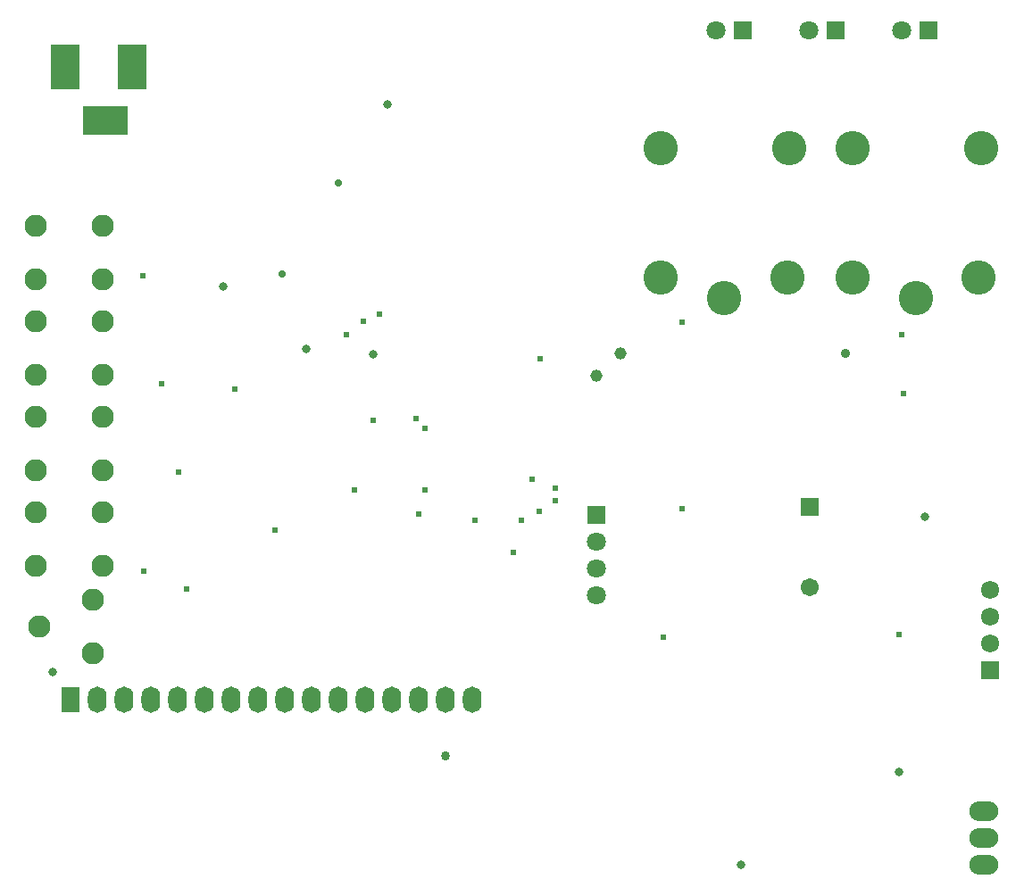
<source format=gbs>
G04*
G04 #@! TF.GenerationSoftware,Altium Limited,Altium Designer,21.9.2 (33)*
G04*
G04 Layer_Color=16711935*
%FSLAX25Y25*%
%MOIN*%
G70*
G04*
G04 #@! TF.SameCoordinates,16876C39-77F7-4B8B-AB46-175668DC8D83*
G04*
G04*
G04 #@! TF.FilePolarity,Negative*
G04*
G01*
G75*
%ADD54O,0.10800X0.07400*%
%ADD55C,0.06784*%
%ADD56R,0.06784X0.06784*%
%ADD57C,0.07099*%
%ADD58R,0.07099X0.07099*%
%ADD59C,0.06706*%
%ADD60R,0.06706X0.06706*%
%ADD61R,0.07099X0.07099*%
%ADD62C,0.12800*%
%ADD63R,0.07000X0.09800*%
%ADD64O,0.07000X0.09800*%
%ADD65C,0.08300*%
%ADD66R,0.10800X0.16800*%
%ADD67R,0.16800X0.10800*%
%ADD90C,0.04575*%
%ADD91C,0.02375*%
%ADD92C,0.03556*%
%ADD93C,0.03162*%
%ADD94C,0.03375*%
%ADD95C,0.02769*%
D54*
X517000Y199500D02*
D03*
Y189500D02*
D03*
Y179500D02*
D03*
D55*
X519500Y282000D02*
D03*
Y272000D02*
D03*
Y262000D02*
D03*
D56*
Y252000D02*
D03*
D57*
X372500Y280000D02*
D03*
Y300000D02*
D03*
Y290000D02*
D03*
X486500Y491000D02*
D03*
X451750D02*
D03*
X417000D02*
D03*
D58*
X372500Y310000D02*
D03*
D59*
X452000Y283000D02*
D03*
D60*
X451950Y313000D02*
D03*
D61*
X496500Y491000D02*
D03*
X461750D02*
D03*
X427000D02*
D03*
D62*
X443744Y398969D02*
D03*
X396500D02*
D03*
X444500Y447000D02*
D03*
X396500D02*
D03*
X420122Y391094D02*
D03*
X515244Y398969D02*
D03*
X468000D02*
D03*
X516000Y447000D02*
D03*
X468000D02*
D03*
X491622Y391094D02*
D03*
D63*
X176000Y241000D02*
D03*
D64*
X186000D02*
D03*
X196000D02*
D03*
X206000D02*
D03*
X216000D02*
D03*
X226000D02*
D03*
X236000D02*
D03*
X246000D02*
D03*
X256000D02*
D03*
X266000D02*
D03*
X276000D02*
D03*
X286000D02*
D03*
X296000D02*
D03*
X306000D02*
D03*
X316000D02*
D03*
X326000D02*
D03*
D65*
X184500Y278500D02*
D03*
X164500Y268500D02*
D03*
X184500Y258500D02*
D03*
X163000Y311000D02*
D03*
X188000Y291000D02*
D03*
Y311000D02*
D03*
X163000Y291000D02*
D03*
Y346667D02*
D03*
X188000Y326667D02*
D03*
Y346667D02*
D03*
X163000Y326667D02*
D03*
Y382333D02*
D03*
X188000Y362333D02*
D03*
Y382333D02*
D03*
X163000Y362333D02*
D03*
X188000Y398000D02*
D03*
X163000Y418000D02*
D03*
Y398000D02*
D03*
X188000Y418000D02*
D03*
D66*
X199000Y477500D02*
D03*
X174000D02*
D03*
D67*
X189000Y457500D02*
D03*
D90*
X372500Y362000D02*
D03*
X381500Y370500D02*
D03*
D91*
X216500Y326000D02*
D03*
X210000Y359000D02*
D03*
X291500Y385000D02*
D03*
X305000Y346000D02*
D03*
X308500Y342500D02*
D03*
X485500Y265500D02*
D03*
X282000Y319500D02*
D03*
X306000Y310500D02*
D03*
X308500Y319500D02*
D03*
X344500Y308000D02*
D03*
X327000D02*
D03*
X351500Y368500D02*
D03*
X219500Y282500D02*
D03*
X252500Y304500D02*
D03*
X203000Y399500D02*
D03*
X341500Y296000D02*
D03*
X487000Y355500D02*
D03*
X397500Y264500D02*
D03*
X237500Y357000D02*
D03*
X289000Y345500D02*
D03*
X357000Y315500D02*
D03*
X351000Y311500D02*
D03*
X203500Y289000D02*
D03*
X357000Y320000D02*
D03*
X348500Y323500D02*
D03*
X404500Y312500D02*
D03*
X279000Y377500D02*
D03*
X486500D02*
D03*
X404500Y382000D02*
D03*
X285500Y382500D02*
D03*
D92*
X465500Y370500D02*
D03*
D93*
X169500Y251500D02*
D03*
X426500Y179500D02*
D03*
X294500Y463500D02*
D03*
X289000Y370000D02*
D03*
X485500Y214000D02*
D03*
X233000Y395500D02*
D03*
X495000Y309500D02*
D03*
X264000Y372000D02*
D03*
D94*
X316000Y220000D02*
D03*
D95*
X276000Y434000D02*
D03*
X255000Y400000D02*
D03*
M02*

</source>
